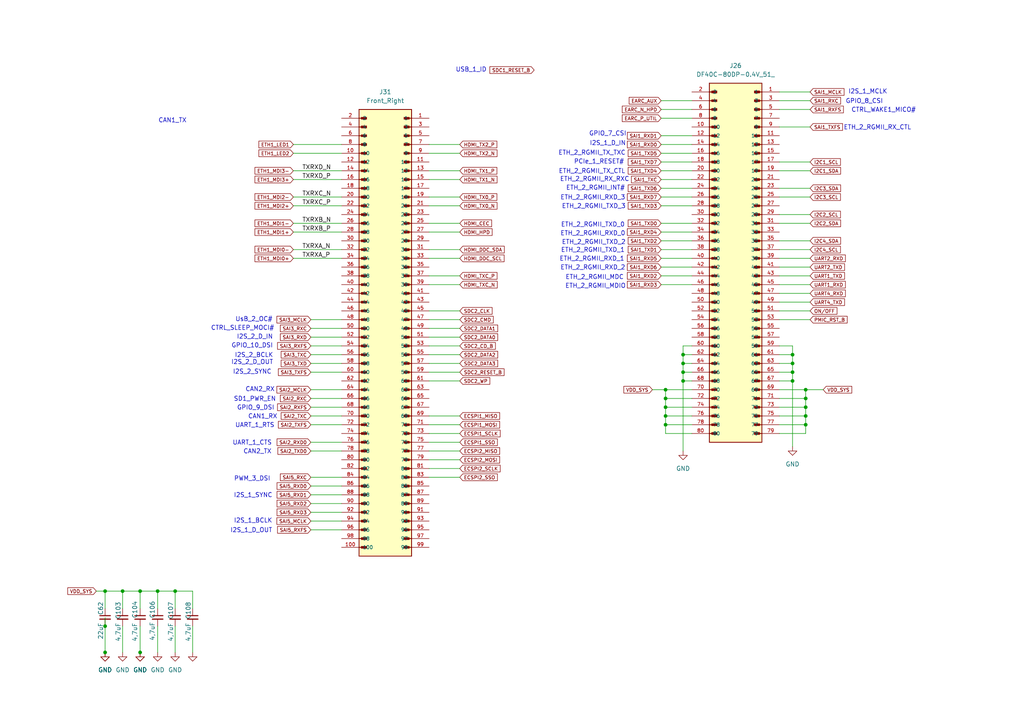
<source format=kicad_sch>
(kicad_sch (version 20250114) (generator "eeschema") (generator_version "9.0")
  (paper "A4")
  (text "PCIe_1_RESET#" (at 173.736 46.99 0) (effects (font (size 1.27 1.27))))
  (text "I2S_1_MCLK" (at 251.714 26.67 0) (effects (font (size 1.27 1.27))))
  (text "ETH_2_RGMII_RXD_3" (at 321.818 62.484 0) (effects (font (size 1.27 1.27))))
  (text "ETH_2_RGMII_MDC" (at 172.466 80.518 0) (effects (font (size 1.27 1.27))))
  (text "CTRL_WAKE1_MICO#" (at 256.286 32.004 0) (effects (font (size 1.27 1.27))))
  (text "ETH_2_RGMII_RXC" (at 323.596 57.404 0) (effects (font (size 1.27 1.27))))
  (text "CAN1_RX" (at 76.2 120.904 0) (effects (font (size 1.27 1.27))))
  (text "ETH_2_RGMII_MDC" (at 322.326 85.598 0) (effects (font (size 1.27 1.27))))
  (text "I2S_2_BCLK" (at 73.66 103.124 0) (effects (font (size 1.27 1.27))))
  (text "SD1_PWR_EN" (at 73.914 115.824 0) (effects (font (size 1.27 1.27))))
  (text "I2S_1_D_IN" (at 176.276 41.656 0) (effects (font (size 1.27 1.27))))
  (text "ETH_2_RGMII_RXD_1" (at 321.564 80.264 0) (effects (font (size 1.27 1.27))))
  (text "GPIO_9_DSI" (at 74.168 118.364 0) (effects (font (size 1.27 1.27))))
  (text "I2S_1_SYNC" (at 73.406 143.764 0) (effects (font (size 1.27 1.27))))
  (text "ETH_2_RGMII_RXD_3" (at 171.958 57.404 0) (effects (font (size 1.27 1.27))))
  (text "UART_1_CTS" (at 73.152 128.524 0) (effects (font (size 1.27 1.27))))
  (text "ETH_2_RGMII_TX_TXC" (at 321.564 49.53 0) (effects (font (size 1.27 1.27))))
  (text "I2S_2_D_OUT" (at 73.152 105.156 0) (effects (font (size 1.27 1.27))))
  (text "ETH_2_RGMII_RX_CTL" (at 254.508 37.084 0) (effects (font (size 1.27 1.27))))
  (text "ETH_2_RGMII_TXD_1" (at 321.818 77.724 0) (effects (font (size 1.27 1.27))))
  (text "ETH_2_RGMII_TXD_2" (at 172.212 70.358 0) (effects (font (size 1.27 1.27))))
  (text "ETH_2_RGMII_MDIO" (at 322.58 88.138 0) (effects (font (size 1.27 1.27))))
  (text "CAN1_TX" (at 50.038 35.052 0) (effects (font (size 1.27 1.27))))
  (text "ETH_2_RGMII_TXD_0" (at 321.818 70.358 0) (effects (font (size 1.27 1.27))))
  (text "ETH_2_RGMII_INT#" (at 322.58 59.69 0) (effects (font (size 1.27 1.27))))
  (text "I2S_2_D_IN" (at 73.914 97.79 0) (effects (font (size 1.27 1.27))))
  (text "ETH_2_RGMII_TX_CTL" (at 321.564 54.864 0) (effects (font (size 1.27 1.27))))
  (text "ETH_2_RGMII_TXD_3" (at 172.212 59.944 0) (effects (font (size 1.27 1.27))))
  (text "GPIO_7_CSI" (at 326.136 43.942 0) (effects (font (size 1.27 1.27))))
  (text "UART_1_RTS" (at 73.914 123.444 0) (effects (font (size 1.27 1.27))))
  (text "ETH_2_RGMII_RXD_2\n" (at 171.958 77.724 0) (effects (font (size 1.27 1.27))))
  (text "ETH_2_RGMII_RXD_2\n" (at 321.818 82.804 0) (effects (font (size 1.27 1.27))))
  (text "ETH_2_RGMII_TXD_2" (at 322.072 75.438 0) (effects (font (size 1.27 1.27))))
  (text "UsB_2_OC#" (at 73.66 92.71 0) (effects (font (size 1.27 1.27))))
  (text "ETH_2_RGMII_RXD_0" (at 171.958 67.818 0) (effects (font (size 1.27 1.27))))
  (text "CAN2_TX" (at 74.676 131.064 0) (effects (font (size 1.27 1.27))))
  (text "ETH_2_RGMII_TXD_3" (at 322.072 65.024 0) (effects (font (size 1.27 1.27))))
  (text "I2S_1_D_IN" (at 326.136 46.736 0) (effects (font (size 1.27 1.27))))
  (text "I2S_1_D_OUT" (at 72.898 153.924 0) (effects (font (size 1.27 1.27))))
  (text "I2S_1_BCLK" (at 73.406 151.13 0) (effects (font (size 1.27 1.27))))
  (text "GPIO_8_CSI" (at 250.698 29.464 0) (effects (font (size 1.27 1.27))))
  (text "CAN2_RX" (at 75.438 113.03 0) (effects (font (size 1.27 1.27))))
  (text "ETH_2_RGMII_RX_RXC" (at 172.466 52.07 0) (effects (font (size 1.27 1.27))))
  (text "PWM_3_DSI" (at 73.152 138.938 0) (effects (font (size 1.27 1.27))))
  (text "ETH_2_RGMII_TXD_0" (at 171.958 65.278 0) (effects (font (size 1.27 1.27))))
  (text "GPIO_7_CSI" (at 176.276 38.862 0) (effects (font (size 1.27 1.27))))
  (text "ETH_2_RGMII_TX_CTL" (at 171.704 49.784 0) (effects (font (size 1.27 1.27))))
  (text "I2S_2_SYNC" (at 73.152 107.95 0) (effects (font (size 1.27 1.27))))
  (text "ETH_2_RGMII_TXD_1" (at 171.958 72.644 0) (effects (font (size 1.27 1.27))))
  (text "ETH_2_RGMII_INT#" (at 172.72 54.61 0) (effects (font (size 1.27 1.27))))
  (text "USB_1_ID" (at 136.652 20.32 0) (effects (font (size 1.27 1.27))))
  (text "CTRL_SLEEP_MOCI#" (at 70.358 95.25 0) (effects (font (size 1.27 1.27))))
  (text "ETH_2_RGMII_TX_TXC" (at 171.704 44.45 0) (effects (font (size 1.27 1.27))))
  (text "ETH_2_RGMII_MDIO" (at 172.72 83.058 0) (effects (font (size 1.27 1.27))))
  (text "ETH_2_RGMII_RXD_0" (at 321.818 72.898 0) (effects (font (size 1.27 1.27))))
  (text "PCIe_1_RESET#" (at 323.596 52.07 0) (effects (font (size 1.27 1.27))))
  (text "GPIO_10_DSI" (at 73.152 100.33 0) (effects (font (size 1.27 1.27))))
  (text "ETH_2_RGMII_RXD_1" (at 171.704 75.184 0) (effects (font (size 1.27 1.27))))
  (junction (at 233.68 120.65))
  (junction (at 233.68 113.03))
  (junction (at 193.04 123.19))
  (junction (at 193.04 113.03))
  (junction (at 50.8 171.45))
  (junction (at 30.48 181.61))
  (junction (at 233.68 115.57))
  (junction (at 229.87 102.87))
  (junction (at 198.12 105.41))
  (junction (at 193.04 120.65))
  (junction (at 233.68 123.19))
  (junction (at 198.12 107.95))
  (junction (at 198.12 102.87))
  (junction (at 198.12 110.49))
  (junction (at 45.72 171.45))
  (junction (at 193.04 118.11))
  (junction (at 233.68 118.11))
  (junction (at 40.64 171.45))
  (junction (at 229.87 107.95))
  (junction (at 35.56 171.45))
  (junction (at 229.87 105.41))
  (junction (at 40.64 189.23))
  (junction (at 30.48 171.45))
  (junction (at 30.48 189.23))
  (junction (at 229.87 110.49))
  (junction (at 193.04 115.57))
  (wire (pts (xy 200.66 74.93) (xy 191.77 74.93)))
  (wire (pts (xy 233.68 125.73) (xy 233.68 123.19)))
  (wire (pts (xy 124.46 135.89) (xy 133.35 135.89)))
  (wire (pts (xy 40.64 171.45) (xy 45.72 171.45)))
  (wire (pts (xy 55.88 181.61) (xy 55.88 189.23)))
  (wire (pts (xy 124.46 57.15) (xy 133.35 57.15)))
  (wire (pts (xy 99.06 67.31) (xy 85.09 67.31)))
  (wire (pts (xy 50.8 171.45) (xy 55.88 171.45)))
  (wire (pts (xy 193.04 118.11) (xy 193.04 115.57)))
  (wire (pts (xy 124.46 102.87) (xy 133.35 102.87)))
  (wire (pts (xy 198.12 102.87) (xy 200.66 102.87)))
  (wire (pts (xy 124.46 133.35) (xy 133.35 133.35)))
  (wire (pts (xy 124.46 128.27) (xy 133.35 128.27)))
  (wire (pts (xy 198.12 110.49) (xy 198.12 107.95)))
  (wire (pts (xy 193.04 123.19) (xy 200.66 123.19)))
  (wire (pts (xy 55.88 171.45) (xy 55.88 176.53)))
  (wire (pts (xy 229.87 100.33) (xy 229.87 102.87)))
  (wire (pts (xy 35.56 171.45) (xy 40.64 171.45)))
  (wire (pts (xy 226.06 92.71) (xy 234.95 92.71)))
  (wire (pts (xy 124.46 125.73) (xy 133.35 125.73)))
  (wire (pts (xy 200.66 52.07) (xy 191.77 52.07)))
  (wire (pts (xy 193.04 120.65) (xy 193.04 118.11)))
  (wire (pts (xy 124.46 97.79) (xy 133.35 97.79)))
  (wire (pts (xy 35.56 181.61) (xy 35.56 189.23)))
  (wire (pts (xy 226.06 64.77) (xy 234.95 64.77)))
  (wire (pts (xy 124.46 44.45) (xy 133.35 44.45)))
  (wire (pts (xy 99.06 123.19) (xy 90.17 123.19)))
  (wire (pts (xy 124.46 49.53) (xy 133.35 49.53)))
  (wire (pts (xy 198.12 105.41) (xy 198.12 102.87)))
  (wire (pts (xy 226.06 72.39) (xy 234.95 72.39)))
  (wire (pts (xy 99.06 64.77) (xy 85.09 64.77)))
  (wire (pts (xy 124.46 110.49) (xy 133.35 110.49)))
  (wire (pts (xy 193.04 115.57) (xy 193.04 113.03)))
  (wire (pts (xy 229.87 102.87) (xy 226.06 102.87)))
  (wire (pts (xy 99.06 115.57) (xy 90.17 115.57)))
  (wire (pts (xy 45.72 171.45) (xy 45.72 176.53)))
  (wire (pts (xy 124.46 80.01) (xy 133.35 80.01)))
  (wire (pts (xy 30.48 181.61) (xy 30.48 189.23)))
  (wire (pts (xy 99.06 100.33) (xy 90.17 100.33)))
  (wire (pts (xy 124.46 82.55) (xy 133.35 82.55)))
  (wire (pts (xy 238.76 113.03) (xy 233.68 113.03)))
  (wire (pts (xy 198.12 100.33) (xy 198.12 102.87)))
  (wire (pts (xy 99.06 92.71) (xy 90.17 92.71)))
  (wire (pts (xy 124.46 59.69) (xy 133.35 59.69)))
  (wire (pts (xy 124.46 120.65) (xy 133.35 120.65)))
  (wire (pts (xy 226.06 49.53) (xy 234.95 49.53)))
  (wire (pts (xy 226.06 26.67) (xy 234.95 26.67)))
  (wire (pts (xy 200.66 82.55) (xy 191.77 82.55)))
  (wire (pts (xy 229.87 110.49) (xy 229.87 129.54)))
  (wire (pts (xy 124.46 107.95) (xy 133.35 107.95)))
  (wire (pts (xy 226.06 125.73) (xy 233.68 125.73)))
  (wire (pts (xy 99.06 113.03) (xy 90.17 113.03)))
  (wire (pts (xy 226.06 90.17) (xy 234.95 90.17)))
  (wire (pts (xy 99.06 95.25) (xy 90.17 95.25)))
  (wire (pts (xy 124.46 52.07) (xy 133.35 52.07)))
  (wire (pts (xy 200.66 64.77) (xy 191.77 64.77)))
  (wire (pts (xy 30.48 171.45) (xy 30.48 176.53)))
  (wire (pts (xy 124.46 123.19) (xy 133.35 123.19)))
  (wire (pts (xy 124.46 41.91) (xy 133.35 41.91)))
  (wire (pts (xy 200.66 54.61) (xy 191.77 54.61)))
  (wire (pts (xy 99.06 153.67) (xy 90.17 153.67)))
  (wire (pts (xy 124.46 64.77) (xy 133.35 64.77)))
  (wire (pts (xy 124.46 74.93) (xy 133.35 74.93)))
  (wire (pts (xy 124.46 67.31) (xy 133.35 67.31)))
  (wire (pts (xy 226.06 77.47) (xy 234.95 77.47)))
  (wire (pts (xy 226.06 29.21) (xy 234.95 29.21)))
  (wire (pts (xy 226.06 82.55) (xy 234.95 82.55)))
  (wire (pts (xy 45.72 171.45) (xy 50.8 171.45)))
  (wire (pts (xy 124.46 100.33) (xy 133.35 100.33)))
  (wire (pts (xy 50.8 181.61) (xy 50.8 189.23)))
  (wire (pts (xy 233.68 118.11) (xy 226.06 118.11)))
  (wire (pts (xy 233.68 118.11) (xy 233.68 115.57)))
  (wire (pts (xy 226.06 62.23) (xy 234.95 62.23)))
  (wire (pts (xy 200.66 77.47) (xy 191.77 77.47)))
  (wire (pts (xy 200.66 72.39) (xy 191.77 72.39)))
  (wire (pts (xy 99.06 148.59) (xy 90.17 148.59)))
  (wire (pts (xy 226.06 46.99) (xy 234.95 46.99)))
  (wire (pts (xy 99.06 138.43) (xy 90.17 138.43)))
  (wire (pts (xy 229.87 110.49) (xy 226.06 110.49)))
  (wire (pts (xy 229.87 110.49) (xy 229.87 107.95)))
  (wire (pts (xy 200.66 100.33) (xy 198.12 100.33)))
  (wire (pts (xy 99.06 130.81) (xy 90.17 130.81)))
  (wire (pts (xy 193.04 113.03) (xy 200.66 113.03)))
  (wire (pts (xy 99.06 118.11) (xy 90.17 118.11)))
  (wire (pts (xy 99.06 74.93) (xy 85.09 74.93)))
  (wire (pts (xy 193.04 118.11) (xy 200.66 118.11)))
  (wire (pts (xy 233.68 115.57) (xy 233.68 113.03)))
  (wire (pts (xy 200.66 59.69) (xy 191.77 59.69)))
  (wire (pts (xy 124.46 90.17) (xy 133.35 90.17)))
  (wire (pts (xy 99.06 107.95) (xy 90.17 107.95)))
  (wire (pts (xy 200.66 34.29) (xy 191.77 34.29)))
  (wire (pts (xy 85.09 52.07) (xy 99.06 52.07)))
  (wire (pts (xy 198.12 110.49) (xy 198.12 130.81)))
  (wire (pts (xy 99.06 97.79) (xy 90.17 97.79)))
  (wire (pts (xy 99.06 57.15) (xy 85.09 57.15)))
  (wire (pts (xy 200.66 110.49) (xy 198.12 110.49)))
  (wire (pts (xy 50.8 171.45) (xy 50.8 176.53)))
  (wire (pts (xy 85.09 44.45) (xy 99.06 44.45)))
  (wire (pts (xy 226.06 36.83) (xy 234.95 36.83)))
  (wire (pts (xy 233.68 120.65) (xy 226.06 120.65)))
  (wire (pts (xy 99.06 102.87) (xy 90.17 102.87)))
  (wire (pts (xy 35.56 171.45) (xy 35.56 176.53)))
  (wire (pts (xy 30.48 171.45) (xy 35.56 171.45)))
  (wire (pts (xy 193.04 123.19) (xy 193.04 120.65)))
  (wire (pts (xy 99.06 151.13) (xy 90.17 151.13)))
  (wire (pts (xy 99.06 143.51) (xy 90.17 143.51)))
  (wire (pts (xy 200.66 46.99) (xy 191.77 46.99)))
  (wire (pts (xy 99.06 146.05) (xy 90.17 146.05)))
  (wire (pts (xy 124.46 95.25) (xy 133.35 95.25)))
  (wire (pts (xy 27.94 171.45) (xy 30.48 171.45)))
  (wire (pts (xy 40.64 171.45) (xy 40.64 176.53)))
  (wire (pts (xy 30.48 179.07) (xy 30.48 181.61)))
  (wire (pts (xy 233.68 123.19) (xy 226.06 123.19)))
  (wire (pts (xy 193.04 125.73) (xy 193.04 123.19)))
  (wire (pts (xy 200.66 125.73) (xy 193.04 125.73)))
  (wire (pts (xy 200.66 57.15) (xy 191.77 57.15)))
  (wire (pts (xy 99.06 105.41) (xy 90.17 105.41)))
  (wire (pts (xy 124.46 105.41) (xy 133.35 105.41)))
  (wire (pts (xy 200.66 41.91) (xy 191.77 41.91)))
  (wire (pts (xy 226.06 100.33) (xy 229.87 100.33)))
  (wire (pts (xy 229.87 105.41) (xy 229.87 107.95)))
  (wire (pts (xy 233.68 123.19) (xy 233.68 120.65)))
  (wire (pts (xy 45.72 181.61) (xy 45.72 189.23)))
  (wire (pts (xy 229.87 105.41) (xy 226.06 105.41)))
  (wire (pts (xy 99.06 120.65) (xy 90.17 120.65)))
  (wire (pts (xy 200.66 49.53) (xy 191.77 49.53)))
  (wire (pts (xy 40.64 181.61) (xy 40.64 189.23)))
  (wire (pts (xy 226.06 69.85) (xy 234.95 69.85)))
  (wire (pts (xy 198.12 107.95) (xy 198.12 105.41)))
  (wire (pts (xy 193.04 115.57) (xy 200.66 115.57)))
  (wire (pts (xy 124.46 92.71) (xy 133.35 92.71)))
  (wire (pts (xy 229.87 107.95) (xy 226.06 107.95)))
  (wire (pts (xy 226.06 54.61) (xy 234.95 54.61)))
  (wire (pts (xy 198.12 107.95) (xy 200.66 107.95)))
  (wire (pts (xy 226.06 74.93) (xy 234.95 74.93)))
  (wire (pts (xy 226.06 87.63) (xy 234.95 87.63)))
  (wire (pts (xy 193.04 120.65) (xy 200.66 120.65)))
  (wire (pts (xy 99.06 72.39) (xy 85.09 72.39)))
  (wire (pts (xy 124.46 138.43) (xy 133.35 138.43)))
  (wire (pts (xy 226.06 57.15) (xy 234.95 57.15)))
  (wire (pts (xy 226.06 80.01) (xy 234.95 80.01)))
  (wire (pts (xy 198.12 105.41) (xy 200.66 105.41)))
  (wire (pts (xy 233.68 120.65) (xy 233.68 118.11)))
  (wire (pts (xy 200.66 31.75) (xy 191.77 31.75)))
  (wire (pts (xy 200.66 29.21) (xy 191.77 29.21)))
  (wire (pts (xy 85.09 41.91) (xy 99.06 41.91)))
  (wire (pts (xy 99.06 140.97) (xy 90.17 140.97)))
  (wire (pts (xy 200.66 44.45) (xy 191.77 44.45)))
  (wire (pts (xy 189.23 113.03) (xy 193.04 113.03)))
  (wire (pts (xy 229.87 105.41) (xy 229.87 102.87)))
  (wire (pts (xy 226.06 31.75) (xy 234.95 31.75)))
  (wire (pts (xy 226.06 85.09) (xy 234.95 85.09)))
  (wire (pts (xy 200.66 80.01) (xy 191.77 80.01)))
  (wire (pts (xy 85.09 49.53) (xy 99.06 49.53)))
  (wire (pts (xy 233.68 115.57) (xy 226.06 115.57)))
  (wire (pts (xy 200.66 69.85) (xy 191.77 69.85)))
  (wire (pts (xy 124.46 72.39) (xy 133.35 72.39)))
  (wire (pts (xy 124.46 130.81) (xy 133.35 130.81)))
  (wire (pts (xy 200.66 39.37) (xy 191.77 39.37)))
  (wire (pts (xy 99.06 59.69) (xy 85.09 59.69)))
  (wire (pts (xy 99.06 128.27) (xy 90.17 128.27)))
  (wire (pts (xy 233.68 113.03) (xy 226.06 113.03)))
  (wire (pts (xy 200.66 67.31) (xy 191.77 67.31)))
  (label "TXRXA_P" (at 87.63 74.93 0))
  (label "TXRXB_N" (at 87.63 64.77 0))
  (label "TXRXD_N" (at 87.63 49.53 0))
  (label "TXRXD_P" (at 87.63 52.07 0))
  (label "TXRXA_N" (at 87.63 72.39 0))
  (label "TXRXB_P" (at 87.63 67.31 0))
  (label "TXRXC_N" (at 87.63 57.15 0))
  (label "TXRXC_P" (at 87.63 59.69 0))
  (global_label "SAI1_RXD3" (shape input) (at 191.77 82.55 180) (effects (font (size 1 1))) (property "Intersheetrefs" "${INTERSHEET_REFS}" (effects (hide yes))))
  (global_label "SDC2_CMD" (shape input) (at 133.35 92.71 0) (effects (font (size 1 1))) (property "Intersheetrefs" "${INTERSHEET_REFS}" (effects (hide yes))))
  (global_label "SDC2_RESET_B" (shape input) (at 133.35 107.95 0) (effects (font (size 1 1))) (property "Intersheetrefs" "${INTERSHEET_REFS}" (effects (hide yes))))
  (global_label "SAI5_RXD0" (shape input) (at 90.17 140.97 180) (effects (font (size 1 1))) (property "Intersheetrefs" "${INTERSHEET_REFS}" (effects (hide yes))))
  (global_label "SAI3_TXC" (shape input) (at 90.17 102.87 180) (effects (font (size 1 1))) (property "Intersheetrefs" "${INTERSHEET_REFS}" (effects (hide yes))))
  (global_label "SAI1_TXD1" (shape input) (at 341.63 77.47 180) (effects (font (size 1 1))) (property "Intersheetrefs" "${INTERSHEET_REFS}" (effects (hide yes))))
  (global_label "ENET_TD1" (shape input) (at 355.6 77.47 180) (effects (font (size 1 1))) (property "Intersheetrefs" "${INTERSHEET_REFS}" (effects (hide yes))))
  (global_label "SAI1_TXD3" (shape input) (at 341.63 64.77 180) (effects (font (size 1 1))) (property "Intersheetrefs" "${INTERSHEET_REFS}" (effects (hide yes))))
  (global_label "SAI1_RXD2" (shape input) (at 341.63 85.09 180) (effects (font (size 1 1))) (property "Intersheetrefs" "${INTERSHEET_REFS}" (effects (hide yes))))
  (global_label "SAI1_RXD6" (shape input) (at 191.77 77.47 180) (effects (font (size 1 1))) (property "Intersheetrefs" "${INTERSHEET_REFS}" (effects (hide yes))))
  (global_label "SAI1_MCLK" (shape input) (at 234.95 26.67 0) (effects (font (size 1 1))) (property "Intersheetrefs" "${INTERSHEET_REFS}" (effects (hide yes))))
  (global_label "SAI1_TXD5" (shape input) (at 341.63 49.53 180) (effects (font (size 1 1))) (property "Intersheetrefs" "${INTERSHEET_REFS}" (effects (hide yes))))
  (global_label "ETH1_MDI3-" (shape input) (at 85.09 49.53 180) (effects (font (size 1 1))) (property "Intersheetrefs" "${INTERSHEET_REFS}" (effects (hide yes))))
  (global_label "HDMI_TX2_N" (shape input) (at 133.35 44.45 0) (effects (font (size 1 1))) (property "Intersheetrefs" "${INTERSHEET_REFS}" (effects (hide yes))))
  (global_label "ECSPI1_MOSI" (shape input) (at 133.35 123.19 0) (effects (font (size 1 1))) (property "Intersheetrefs" "${INTERSHEET_REFS}" (effects (hide yes))))
  (global_label "ENET_RX_CTL" (shape input) (at 393.7 59.69 180) (effects (font (size 1 1))) (property "Intersheetrefs" "${INTERSHEET_REFS}" (effects (hide yes))))
  (global_label "SAI3_TXD" (shape input) (at 90.17 105.41 180) (effects (font (size 1 1))) (property "Intersheetrefs" "${INTERSHEET_REFS}" (effects (hide yes))))
  (global_label "ON{slash}OFF" (shape input) (at 234.95 90.17 0) (effects (font (size 1 1))) (property "Intersheetrefs" "${INTERSHEET_REFS}" (effects (hide yes))))
  (global_label "ENET_RXC" (shape input) (at 354.33 57.15 180) (effects (font (size 1 1))) (property "Intersheetrefs" "${INTERSHEET_REFS}" (effects (hide yes))))
  (global_label "SAI1_RXD3" (shape input) (at 341.63 87.63 180) (effects (font (size 1 1))) (property "Intersheetrefs" "${INTERSHEET_REFS}" (effects (hide yes))))
  (global_label "UART1_RXD" (shape input) (at 234.95 82.55 0) (effects (font (size 1 1))) (property "Intersheetrefs" "${INTERSHEET_REFS}" (effects (hide yes))))
  (global_label "ETH1_MDI0-" (shape input) (at 85.09 72.39 180) (effects (font (size 1 1))) (property "Intersheetrefs" "${INTERSHEET_REFS}" (effects (hide yes))))
  (global_label "SAI5_MCLK" (shape input) (at 90.17 151.13 180) (effects (font (size 1 1))) (property "Intersheetrefs" "${INTERSHEET_REFS}" (effects (hide yes))))
  (global_label "ETH1_LED1" (shape input) (at 85.09 41.91 180) (effects (font (size 1 1))) (property "Intersheetrefs" "${INTERSHEET_REFS}" (effects (hide yes))))
  (global_label "UART4_RXD" (shape input) (at 234.95 85.09 0) (effects (font (size 1 1))) (property "Intersheetrefs" "${INTERSHEET_REFS}" (effects (hide yes))))
  (global_label "SAI1_TXD0" (shape input) (at 341.63 69.85 180) (effects (font (size 1 1))) (property "Intersheetrefs" "${INTERSHEET_REFS}" (effects (hide yes))))
  (global_label "ENET_TD0" (shape input) (at 355.6 69.85 180) (effects (font (size 1 1))) (property "Intersheetrefs" "${INTERSHEET_REFS}" (effects (hide yes))))
  (global_label "UART2_RXD" (shape input) (at 234.95 74.93 0) (effects (font (size 1 1))) (property "Intersheetrefs" "${INTERSHEET_REFS}" (effects (hide yes))))
  (global_label "HDMI_TX0_N" (shape input) (at 133.35 59.69 0) (effects (font (size 1 1))) (property "Intersheetrefs" "${INTERSHEET_REFS}" (effects (hide yes))))
  (global_label "SAI1_RXD6" (shape input) (at 341.63 82.55 180) (effects (font (size 1 1))) (property "Intersheetrefs" "${INTERSHEET_REFS}" (effects (hide yes))))
  (global_label "SAI1_RXD5" (shape input) (at 191.77 74.93 180) (effects (font (size 1 1))) (property "Intersheetrefs" "${INTERSHEET_REFS}" (effects (hide yes))))
  (global_label "PMIC_RST_B" (shape input) (at 234.95 92.71 0) (effects (font (size 1 1))) (property "Intersheetrefs" "${INTERSHEET_REFS}" (effects (hide yes))))
  (global_label "ETH1_LED2" (shape input) (at 85.09 44.45 180) (effects (font (size 1 1))) (property "Intersheetrefs" "${INTERSHEET_REFS}" (effects (hide yes))))
  (global_label "ETH1_MDI3+" (shape input) (at 85.09 52.07 180) (effects (font (size 1 1))) (property "Intersheetrefs" "${INTERSHEET_REFS}" (effects (hide yes))))
  (global_label "ECSPI1_MISO" (shape input) (at 133.35 120.65 0) (effects (font (size 1 1))) (property "Intersheetrefs" "${INTERSHEET_REFS}" (effects (hide yes))))
  (global_label "UART2_TXD" (shape input) (at 234.95 77.47 0) (effects (font (size 1 1))) (property "Intersheetrefs" "${INTERSHEET_REFS}" (effects (hide yes))))
  (global_label "SAI5_RXD3" (shape input) (at 90.17 148.59 180) (effects (font (size 1 1))) (property "Intersheetrefs" "${INTERSHEET_REFS}" (effects (hide yes))))
  (global_label "SAI5_RXFS" (shape input) (at 90.17 153.67 180) (effects (font (size 1 1))) (property "Intersheetrefs" "${INTERSHEET_REFS}" (effects (hide yes))))
  (global_label "SDC2_CD_B" (shape input) (at 133.35 100.33 0) (effects (font (size 1 1))) (property "Intersheetrefs" "${INTERSHEET_REFS}" (effects (hide yes))))
  (global_label "SAI1_TXD3" (shape input) (at 191.77 59.69 180) (effects (font (size 1 1))) (property "Intersheetrefs" "${INTERSHEET_REFS}" (effects (hide yes))))
  (global_label "ENET_TD3" (shape input) (at 354.33 64.77 180) (effects (font (size 1 1))) (property "Intersheetrefs" "${INTERSHEET_REFS}" (effects (hide yes))))
  (global_label "ENET_RD3" (shape input) (at 354.33 62.23 180) (effects (font (size 1 1))) (property "Intersheetrefs" "${INTERSHEET_REFS}" (effects (hide yes))))
  (global_label "SDC2_DATA3" (shape input) (at 133.35 105.41 0) (effects (font (size 1 1))) (property "Intersheetrefs" "${INTERSHEET_REFS}" (effects (hide yes))))
  (global_label "SAI5_RXD1" (shape input) (at 90.17 143.51 180) (effects (font (size 1 1))) (property "Intersheetrefs" "${INTERSHEET_REFS}" (effects (hide yes))))
  (global_label "SAI1_RXD1" (shape input) (at 341.63 44.45 180) (effects (font (size 1 1))) (property "Intersheetrefs" "${INTERSHEET_REFS}" (effects (hide yes))))
  (global_label "SAI1_RXD1" (shape input) (at 191.77 39.37 180) (effects (font (size 1 1))) (property "Intersheetrefs" "${INTERSHEET_REFS}" (effects (hide yes))))
  (global_label "ENET_RD1" (shape input) (at 355.6 80.01 180) (effects (font (size 1 1))) (property "Intersheetrefs" "${INTERSHEET_REFS}" (effects (hide yes))))
  (global_label "SAI1_RXD7" (shape input) (at 341.63 62.23 180) (effects (font (size 1 1))) (property "Intersheetrefs" "${INTERSHEET_REFS}" (effects (hide yes))))
  (global_label "SAI1_TXD1" (shape input) (at 191.77 72.39 180) (effects (font (size 1 1))) (property "Intersheetrefs" "${INTERSHEET_REFS}" (effects (hide yes))))
  (global_label "SDC1_RESET_B" (shape input) (at 154.94 20.32 180) (effects (font (size 1 1))) (property "Intersheetrefs" "${INTERSHEET_REFS}" (effects (hide yes))))
  (global_label "SAI3_RXFS" (shape input) (at 90.17 100.33 180) (effects (font (size 1 1))) (property "Intersheetrefs" "${INTERSHEET_REFS}" (effects (hide yes))))
  (global_label "SAI1_TXD4" (shape input) (at 341.63 54.61 180) (effects (font (size 1 1))) (property "Intersheetrefs" "${INTERSHEET_REFS}" (effects (hide yes))))
  (global_label "SAI1_RXFS" (shape input) (at 234.95 31.75 0) (effects (font (size 1 1))) (property "Intersheetrefs" "${INTERSHEET_REFS}" (effects (hide yes))))
  (global_label "SDC2_DATA0" (shape input) (at 133.35 97.79 0) (effects (font (size 1 1))) (property "Intersheetrefs" "${INTERSHEET_REFS}" (effects (hide yes))))
  (global_label "SAI1_TXD2" (shape input) (at 191.77 69.85 180) (effects (font (size 1 1))) (property "Intersheetrefs" "${INTERSHEET_REFS}" (effects (hide yes))))
  (global_label "SDC2_CLK" (shape input) (at 133.35 90.17 0) (effects (font (size 1 1))) (property "Intersheetrefs" "${INTERSHEET_REFS}" (effects (hide yes))))
  (global_label "ENET_TX_CTL" (shape input) (at 354.33 54.61 180) (effects (font (size 1 1))) (property "Intersheetrefs" "${INTERSHEET_REFS}" (effects (hide yes))))
  (global_label "SAI5_RXC" (shape input) (at 90.17 138.43 180) (effects (font (size 1 1))) (property "Intersheetrefs" "${INTERSHEET_REFS}" (effects (hide yes))))
  (global_label "HDMI_TX1_P" (shape input) (at 133.35 49.53 0) (effects (font (size 1 1))) (property "Intersheetrefs" "${INTERSHEET_REFS}" (effects (hide yes))))
  (global_label "HDMI_TX0_P" (shape input) (at 133.35 57.15 0) (effects (font (size 1 1))) (property "Intersheetrefs" "${INTERSHEET_REFS}" (effects (hide yes))))
  (global_label "SDC2_WP" (shape input) (at 133.35 110.49 0) (effects (font (size 1 1))) (property "Intersheetrefs" "${INTERSHEET_REFS}" (effects (hide yes))))
  (global_label "ECSPI2_SSO" (shape input) (at 133.35 138.43 0) (effects (font (size 1 1))) (property "Intersheetrefs" "${INTERSHEET_REFS}" (effects (hide yes))))
  (global_label "HDMI_TXC_P" (shape input) (at 133.35 80.01 0) (effects (font (size 1 1))) (property "Intersheetrefs" "${INTERSHEET_REFS}" (effects (hide yes))))
  (global_label "SAI1_RXD0" (shape input) (at 191.77 41.91 180) (effects (font (size 1 1))) (property "Intersheetrefs" "${INTERSHEET_REFS}" (effects (hide yes))))
  (global_label "SAI1_RXD4" (shape input) (at 191.77 67.31 180) (effects (font (size 1 1))) (property "Intersheetrefs" "${INTERSHEET_REFS}" (effects (hide yes))))
  (global_label "SAI2_TXD0" (shape input) (at 90.17 130.81 180) (effects (font (size 1 1))) (property "Intersheetrefs" "${INTERSHEET_REFS}" (effects (hide yes))))
  (global_label "ETH1_MDI2+" (shape input) (at 85.09 59.69 180) (effects (font (size 1 1))) (property "Intersheetrefs" "${INTERSHEET_REFS}" (effects (hide yes))))
  (global_label "SAI1_TXD7" (shape input) (at 341.63 52.07 180) (effects (font (size 1 1))) (property "Intersheetrefs" "${INTERSHEET_REFS}" (effects (hide yes))))
  (global_label "SAI1_TXD2" (shape input) (at 341.63 74.93 180) (effects (font (size 1 1))) (property "Intersheetrefs" "${INTERSHEET_REFS}" (effects (hide yes))))
  (global_label "HDMI_DDC_SDA" (shape input) (at 133.35 72.39 0) (effects (font (size 1 1))) (property "Intersheetrefs" "${INTERSHEET_REFS}" (effects (hide yes))))
  (global_label "I2C3_SCL" (shape input) (at 234.95 57.15 0) (effects (font (size 1 1))) (property "Intersheetrefs" "${INTERSHEET_REFS}" (effects (hide yes))))
  (global_label "SAI1_TXD0" (shape input) (at 191.77 64.77 180) (effects (font (size 1 1))) (property "Intersheetrefs" "${INTERSHEET_REFS}" (effects (hide yes))))
  (global_label "ECSPI2_MOSI" (shape input) (at 133.35 133.35 0) (effects (font (size 1 1))) (property "Intersheetrefs" "${INTERSHEET_REFS}" (effects (hide yes))))
  (global_label "SAI1_RXD4" (shape input) (at 341.63 72.39 180) (effects (font (size 1 1))) (property "Intersheetrefs" "${INTERSHEET_REFS}" (effects (hide yes))))
  (global_label "HDMI_TXC_N" (shape input) (at 133.35 82.55 0) (effects (font (size 1 1))) (property "Intersheetrefs" "${INTERSHEET_REFS}" (effects (hide yes))))
  (global_label "ETH_2_RGMII_INT#" (shape input) (at 358.14 59.69 180) (effects (font (size 1 1))) (property "Intersheetrefs" "${INTERSHEET_REFS}" (effects (hide yes))))
  (global_label "SAI2_TXFS" (shape input) (at 90.17 123.19 180) (effects (font (size 1 1))) (property "Intersheetrefs" "${INTERSHEET_REFS}" (effects (hide yes))))
  (global_label "CTRL_RESET" (shape input) (at 387.35 73.66 180) (effects (font (size 1 1))) (property "Intersheetrefs" "${INTERSHEET_REFS}" (effects (hide yes))))
  (global_label "ECSPI2_SCLK" (shape input) (at 133.35 135.89 0) (effects (font (size 1 1))) (property "Intersheetrefs" "${INTERSHEET_REFS}" (effects (hide yes))))
  (global_label "SDC2_DATA1" (shape input) (at 133.35 95.25 0) (effects (font (size 1 1))) (property "Intersheetrefs" "${INTERSHEET_REFS}" (effects (hide yes))))
  (global_label "ENET_RD2" (shape input) (at 355.6 82.55 180) (effects (font (size 1 1))) (property "Intersheetrefs" "${INTERSHEET_REFS}" (effects (hide yes))))
  (global_label "SAI1_RXD5" (shape input) (at 341.63 80.01 180) (effects (font (size 1 1))) (property "Intersheetrefs" "${INTERSHEET_REFS}" (effects (hide yes))))
  (global_label "ENET_MDIO" (shape input) (at 355.6 87.63 180) (effects (font (size 1 1))) (property "Intersheetrefs" "${INTERSHEET_REFS}" (effects (hide yes))))
  (global_label "SAI1_TXD7" (shape input) (at 191.77 46.99 180) (effects (font (size 1 1))) (property "Intersheetrefs" "${INTERSHEET_REFS}" (effects (hide yes))))
  (global_label "SAI1_TXD4" (shape input) (at 191.77 49.53 180) (effects (font (size 1 1))) (property "Intersheetrefs" "${INTERSHEET_REFS}" (effects (hide yes))))
  (global_label "SAI1_TXD6" (shape input) (at 341.63 59.69 180) (effects (font (size 1 1))) (property "Intersheetrefs" "${INTERSHEET_REFS}" (effects (hide yes))))
  (global_label "VDD_SYS" (shape input) (at 189.23 113.03 180) (effects (font (size 1 1))) (property "Intersheetrefs" "${INTERSHEET_REFS}" (effects (hide yes))))
  (global_label "EARC_P_UTIL" (shape input) (at 191.77 34.29 180) (effects (font (size 1 1))) (property "Intersheetrefs" "${INTERSHEET_REFS}" (effects (hide yes))))
  (global_label "SAI1_RXD7" (shape input) (at 191.77 57.15 180) (effects (font (size 1 1))) (property "Intersheetrefs" "${INTERSHEET_REFS}" (effects (hide yes))))
  (global_label "ETH1_MDI0+" (shape input) (at 85.09 74.93 180) (effects (font (size 1 1))) (property "Intersheetrefs" "${INTERSHEET_REFS}" (effects (hide yes))))
  (global_label "SAI3_TXFS" (shape input) (at 90.17 107.95 180) (effects (font (size 1 1))) (property "Intersheetrefs" "${INTERSHEET_REFS}" (effects (hide yes))))
  (global_label "HDMI_CEC" (shape input) (at 133.35 64.77 0) (effects (font (size 1 1))) (property "Intersheetrefs" "${INTERSHEET_REFS}" (effects (hide yes))))
  (global_label "EARC_N_HPD" (shape input) (at 191.77 31.75 180) (effects (font (size 1 1))) (property "Intersheetrefs" "${INTERSHEET_REFS}" (effects (hide yes))))
  (global_label "SAI2_TXC" (shape input) (at 90.17 120.65 180) (effects (font (size 1 1))) (property "Intersheetrefs" "${INTERSHEET_REFS}" (effects (hide yes))))
  (global_label "SAI1_TXD6" (shape input) (at 191.77 54.61 180) (effects (font (size 1 1))) (property "Intersheetrefs" "${INTERSHEET_REFS}" (effects (hide yes))))
  (global_label "SAI1_TXFS" (shape input) (at 234.95 36.83 0) (effects (font (size 1 1))) (property "Intersheetrefs" "${INTERSHEET_REFS}" (effects (hide yes))))
  (global_label "HDMI_TX2_P" (shape input) (at 133.35 41.91 0) (effects (font (size 1 1))) (property "Intersheetrefs" "${INTERSHEET_REFS}" (effects (hide yes))))
  (global_label "ECSPI1_SCLK" (shape input) (at 133.35 125.73 0) (effects (font (size 1 1))) (property "Intersheetrefs" "${INTERSHEET_REFS}" (effects (hide yes))))
  (global_label "ENET_RD0" (shape input) (at 355.6 72.39 180) (effects (font (size 1 1))) (property "Intersheetrefs" "${INTERSHEET_REFS}" (effects (hide yes))))
  (global_label "I2C3_SDA" (shape input) (at 234.95 54.61 0) (effects (font (size 1 1))) (property "Intersheetrefs" "${INTERSHEET_REFS}" (effects (hide yes))))
  (global_label "UART4_TXD" (shape input) (at 234.95 87.63 0) (effects (font (size 1 1))) (property "Intersheetrefs" "${INTERSHEET_REFS}" (effects (hide yes))))
  (global_label "ETH1_MDI2-" (shape input) (at 85.09 57.15 180) (effects (font (size 1 1))) (property "Intersheetrefs" "${INTERSHEET_REFS}" (effects (hide yes))))
  (global_label "VDD_SYS" (shape input) (at 27.94 171.45 180) (effects (font (size 1 1))) (property "Intersheetrefs" "${INTERSHEET_REFS}" (effects (hide yes))))
  (global_label "ETH1_MDI1+" (shape input) (at 85.09 67.31 180) (effects (font (size 1 1))) (property "Intersheetrefs" "${INTERSHEET_REFS}" (effects (hide yes))))
  (global_label "ENET_MDC" (shape input) (at 355.6 85.09 180) (effects (font (size 1 1))) (property "Intersheetrefs" "${INTERSHEET_REFS}" (effects (hide yes))))
  (global_label "I2C1_SDA" (shape input) (at 234.95 49.53 0) (effects (font (size 1 1))) (property "Intersheetrefs" "${INTERSHEET_REFS}" (effects (hide yes))))
  (global_label "ECSPI1_SSO" (shape input) (at 133.35 128.27 0) (effects (font (size 1 1))) (property "Intersheetrefs" "${INTERSHEET_REFS}" (effects (hide yes))))
  (global_label "SAI3_RXD" (shape input) (at 90.17 97.79 180) (effects (font (size 1 1))) (property "Intersheetrefs" "${INTERSHEET_REFS}" (effects (hide yes))))
  (global_label "ENET_TD2" (shape input) (at 355.6 74.93 180) (effects (font (size 1 1))) (property "Intersheetrefs" "${INTERSHEET_REFS}" (effects (hide yes))))
  (global_label "SAI3_MCLK" (shape input) (at 90.17 92.71 180) (effects (font (size 1 1))) (property "Intersheetrefs" "${INTERSHEET_REFS}" (effects (hide yes))))
  (global_label "SAI3_RXC" (shape input) (at 90.17 95.25 180) (effects (font (size 1 1))) (property "Intersheetrefs" "${INTERSHEET_REFS}" (effects (hide yes))))
  (global_label "ENET_TXC" (shape input) (at 354.33 49.53 180) (effects (font (size 1 1))) (property "Intersheetrefs" "${INTERSHEET_REFS}" (effects (hide yes))))
  (global_label "ECSPI2_MISO" (shape input) (at 133.35 130.81 0) (effects (font (size 1 1))) (property "Intersheetrefs" "${INTERSHEET_REFS}" (effects (hide yes))))
  (global_label "SAI1_TXC" (shape input) (at 191.77 52.07 180) (effects (font (size 1 1))) (property "Intersheetrefs" "${INTERSHEET_REFS}" (effects (hide yes))))
  (global_label "SAI1_TXD5" (shape input) (at 191.77 44.45 180) (effects (font (size 1 1))) (property "Intersheetrefs" "${INTERSHEET_REFS}" (effects (hide yes))))
  (global_label "SDC2_DATA2" (shape input) (at 133.35 102.87 0) (effects (font (size 1 1))) (property "Intersheetrefs" "${INTERSHEET_REFS}" (effects (hide yes))))
  (global_label "EARC_AUX" (shape input) (at 191.77 29.21 180) (effects (font (size 1 1))) (property "Intersheetrefs" "${INTERSHEET_REFS}" (effects (hide yes))))
  (global_label "SAI2_RXFS" (shape input) (at 90.17 118.11 180) (effects (font (size 1 1))) (property "Intersheetrefs" "${INTERSHEET_REFS}" (effects (hide yes))))
  (global_label "SAI5_RXD2" (shape input) (at 90.17 146.05 180) (effects (font (size 1 1))) (property "Intersheetrefs" "${INTERSHEET_REFS}" (effects (hide yes))))
  (global_label "SAI1_TXC" (shape input) (at 341.63 57.15 180) (effects (font (size 1 1))) (property "Intersheetrefs" "${INTERSHEET_REFS}" (effects (hide yes))))
  (global_label "HDMI_HPD" (shape input) (at 133.35 67.31 0) (effects (font (size 1 1))) (property "Intersheetrefs" "${INTERSHEET_REFS}" (effects (hide yes))))
  (global_label "VDD_SYS" (shape input) (at 238.76 113.03 0) (effects (font (size 1 1))) (property "Intersheetrefs" "${INTERSHEET_REFS}" (effects (hide yes))))
  (global_label "I2C2_SDA" (shape input) (at 234.95 64.77 0) (effects (font (size 1 1))) (property "Intersheetrefs" "${INTERSHEET_REFS}" (effects (hide yes))))
  (global_label "SAI1_RXC" (shape input) (at 234.95 29.21 0) (effects (font (size 1 1))) (property "Intersheetrefs" "${INTERSHEET_REFS}" (effects (hide yes))))
  (global_label "I2C4_SDA" (shape input) (at 234.95 69.85 0) (effects (font (size 1 1))) (property "Intersheetrefs" "${INTERSHEET_REFS}" (effects (hide yes))))
  (global_label "SAI2_RXC" (shape input) (at 90.17 115.57 180) (effects (font (size 1 1))) (property "Intersheetrefs" "${INTERSHEET_REFS}" (effects (hide yes))))
  (global_label "HDMI_DDC_SCL" (shape input) (at 133.35 74.93 0) (effects (font (size 1 1))) (property "Intersheetrefs" "${INTERSHEET_REFS}" (effects (hide yes))))
  (global_label "SAI1_RXD2" (shape input) (at 191.77 80.01 180) (effects (font (size 1 1))) (property "Intersheetrefs" "${INTERSHEET_REFS}" (effects (hide yes))))
  (global_label "I2C2_SCL" (shape input) (at 234.95 62.23 0) (effects (font (size 1 1))) (property "Intersheetrefs" "${INTERSHEET_REFS}" (effects (hide yes))))
  (global_label "I2C4_SCL" (shape input) (at 234.95 72.39 0) (effects (font (size 1 1))) (property "Intersheetrefs" "${INTERSHEET_REFS}" (effects (hide yes))))
  (global_label "SAI2_MCLK" (shape input) (at 90.17 113.03 180) (effects (font (size 1 1))) (property "Intersheetrefs" "${INTERSHEET_REFS}" (effects (hide yes))))
  (global_label "SAI2_RXD0" (shape input) (at 90.17 128.27 180) (effects (font (size 1 1))) (property "Intersheetrefs" "${INTERSHEET_REFS}" (effects (hide yes))))
  (global_label "I2C1_SCL" (shape input) (at 234.95 46.99 0) (effects (font (size 1 1))) (property "Intersheetrefs" "${INTERSHEET_REFS}" (effects (hide yes))))
  (global_label "ETH1_MDI1-" (shape input) (at 85.09 64.77 180) (effects (font (size 1 1))) (property "Intersheetrefs" "${INTERSHEET_REFS}" (effects (hide yes))))
  (global_label "SAI1_RXD0" (shape input) (at 341.63 46.99 180) (effects (font (size 1 1))) (property "Intersheetrefs" "${INTERSHEET_REFS}" (effects (hide yes))))
  (global_label "HDMI_TX1_N" (shape input) (at 133.35 52.07 0) (effects (font (size 1 1))) (property "Intersheetrefs" "${INTERSHEET_REFS}" (effects (hide yes))))
  (global_label "UART1_TXD" (shape input) (at 234.95 80.01 0) (effects (font (size 1 1))) (property "Intersheetrefs" "${INTERSHEET_REFS}" (effects (hide yes))))
  (symbol (lib_id "CONN_DF40C-100DS-0_4V51_HIR:DF40C-100DP-0.4V_51_") (at 111.76 95.25 0) (mirror y) (unit 1)
    (property "Reference" "J31" (at 111.76 26.67 0))
    (property "Value" "Front_Right" (at 111.76 29.21 0))
    (property "Footprint" "_W_SBC:HRS_DF40C-100DP-0.4V_51_" (effects (hide yes)))
    (property "Description" "Board to Board & Mezzanine Connectors 100P SMT HEADER NO FITTING, NO BOSS" (effects (hide yes)))
    (property "MF" "Hirose Connector" (effects (hide yes)))
    (property "MAXIMUM_PACKAGE_HEIGHT" "1.29mm" (effects (hide yes)))
    (property "Package" "None" (effects (hide yes)))
    (property "Price" "2" (effects (hide yes)))
    (property "Check_prices" "https://www.snapeda.com/parts/DF40C-100DP-0.4V(51)/Hirose/view-part/?ref=eda" (effects (hide yes)))
    (property "STANDARD" "Manufacturer Recommendations" (effects (hide yes)))
    (property "PARTREV" "8" (effects (hide yes)))
    (property "SnapEDA_Link" "https://www.snapeda.com/parts/DF40C-100DP-0.4V(51)/Hirose/view-part/?ref=snap" (effects (hide yes)))
    (property "MP" "DF40C-100DP-0.4V(51)" (effects (hide yes)))
    (property "Availability" "In Stock" (effects (hide yes)))
    (property "MANUFACTURER" "Hirose" (effects (hide yes)))
  )
  (symbol (lib_id "Device:C_Small") (at 30.48 179.07 0) (unit 1)
    (property "Reference" "C62" (at 29.21 174.498 90) (effects (justify right)))
    (property "Value" "22uF" (at 29.21 180.594 90) (effects (justify right)))
    (property "Footprint" "Capacitor_SMD:C_0402_1005Metric" (effects (hide yes)))
    (property "Description" "Unpolarized capacitor, small symbol" (effects (hide yes)))
  )
  (symbol (lib_id "Device:C_Small") (at 50.8 179.07 0) (unit 1)
    (property "Reference" "C107" (at 49.53 174.498 90) (effects (justify right)))
    (property "Value" "4,7uF" (at 49.53 180.594 90) (effects (justify right)))
    (property "Footprint" "Capacitor_SMD:C_0402_1005Metric" (effects (hide yes)))
    (property "Description" "Unpolarized capacitor, small symbol" (effects (hide yes)))
  )
  (symbol (lib_name "GND_3") (lib_id "power:GND") (at 40.64 189.23 0) (unit 1)
    (property "Reference" "#PWR38" (effects (hide yes)))
    (property "Value" "GND" (at 40.64 194.31 0))
  )
  (symbol (lib_id "power:GND") (at 40.64 189.23 0) (unit 1)
    (property "Reference" "#PWR113" (effects (hide yes)))
    (property "Value" "GND" (at 40.64 194.31 0))
    (property "Description" "Power symbol creates a global label with name \"GND\" , ground" (effects (hide yes)))
  )
  (symbol (lib_name "GND_2") (lib_id "power:GND") (at 30.48 189.23 0) (unit 1)
    (property "Reference" "#PWR2" (effects (hide yes)))
    (property "Value" "GND" (at 30.48 194.31 0))
  )
  (symbol (lib_id "power:GND") (at 50.8 189.23 0) (unit 1)
    (property "Reference" "#PWR145" (effects (hide yes)))
    (property "Value" "GND" (at 50.8 194.31 0))
    (property "Description" "Power symbol creates a global label with name \"GND\" , ground" (effects (hide yes)))
  )
  (symbol (lib_id "Device:C_Small") (at 40.64 179.07 0) (unit 1)
    (property "Reference" "C104" (at 39.116 174.244 90) (effects (justify right)))
    (property "Value" "4,7uF" (at 39.116 180.594 90) (effects (justify right)))
    (property "Footprint" "Capacitor_SMD:C_0402_1005Metric" (effects (hide yes)))
    (property "Description" "Unpolarized capacitor, small symbol" (effects (hide yes)))
  )
  (symbol (lib_id "DF40C-80DP-0.4V_51_:DF40C-80DP-0.4V_51_") (at 213.36 74.93 0) (mirror y) (unit 1)
    (property "Reference" "J26" (at 213.36 19.05 0))
    (property "Value" "DF40C-80DP-0.4V_51_" (at 213.36 21.59 0))
    (property "Footprint" "_W_SBC:HRS_DF40C-80DP-0.4V_51_" (effects (hide yes)))
    (property "MF" "Hirose Electric" (effects (hide yes)))
    (property "MAXIMUM_PACKAGE_HEIGHT" "1.29mm" (effects (hide yes)))
    (property "Package" "None" (effects (hide yes)))
    (property "Price" "2" (effects (hide yes)))
    (property "Check_prices" "https://www.snapeda.com/parts/DF40C-80DP-0.4V(51)/Hirose/view-part/?ref=eda" (effects (hide yes)))
    (property "STANDARD" "Manufacturer Recommendations" (effects (hide yes)))
    (property "MAMUFACTURER" "Hirose Electric" (effects (hide yes)))
    (property "SnapEDA_Link" "https://www.snapeda.com/parts/DF40C-80DP-0.4V(51)/Hirose/view-part/?ref=snap" (effects (hide yes)))
    (property "MP" "DF40C-80DP-0.4V(51)" (effects (hide yes)))
    (property "Availability" "In Stock" (effects (hide yes)))
    (property "Description_1" "\n                        \n                            80 Position Connector Plug, Outer Shroud Contacts Surface Mount Gold\n                        \n" (effects (hide yes)))
  )
  (symbol (lib_id "Device:C_Small") (at 45.72 179.07 0) (unit 1)
    (property "Reference" "C106" (at 44.196 174.244 90) (effects (justify right)))
    (property "Value" "4,7uF" (at 44.196 180.34 90) (effects (justify right)))
    (property "Footprint" "Capacitor_SMD:C_0402_1005Metric" (effects (hide yes)))
    (property "Description" "Unpolarized capacitor, small symbol" (effects (hide yes)))
  )
  (symbol (lib_id "power:GND") (at 35.56 189.23 0) (unit 1)
    (property "Reference" "#PWR36" (effects (hide yes)))
    (property "Value" "GND" (at 35.56 194.31 0))
    (property "Description" "Power symbol creates a global label with name \"GND\" , ground" (effects (hide yes)))
  )
  (symbol (lib_id "power:GND") (at 229.87 129.54 0) (unit 1)
    (property "Reference" "#PWR288" (effects (hide yes)))
    (property "Value" "GND" (at 229.87 134.62 0))
    (instances (project "IMX8ML_plus" (path "" (reference "#PWR169") (unit 1))) (project "BB_IMX8MLP" (path "" (reference "#PWR288") (unit 1))))
  )
  (symbol (lib_id "power:GND") (at 45.72 189.23 0) (unit 1)
    (property "Reference" "#PWR144" (effects (hide yes)))
    (property "Value" "GND" (at 45.72 194.31 0))
    (property "Description" "Power symbol creates a global label with name \"GND\" , ground" (effects (hide yes)))
  )
  (symbol (lib_id "power:GND") (at 198.12 130.81 0) (unit 1)
    (property "Reference" "#PWR149" (effects (hide yes)))
    (property "Value" "GND" (at 198.12 135.89 0))
    (instances (project "IMX8ML_plus" (path "" (reference "#PWR167") (unit 1))) (project "BB_IMX8MLP" (path "" (reference "#PWR149") (unit 1))))
  )
  (symbol (lib_id "Device:C_Small") (at 35.56 179.07 0) (unit 1)
    (property "Reference" "C103" (at 34.29 174.498 90) (effects (justify right)))
    (property "Value" "4,7uF" (at 34.29 180.594 90) (effects (justify right)))
    (property "Footprint" "Capacitor_SMD:C_0402_1005Metric" (effects (hide yes)))
    (property "Description" "Unpolarized capacitor, small symbol" (effects (hide yes)))
  )
  (symbol (lib_id "power:GND") (at 30.48 189.23 0) (unit 1)
    (property "Reference" "#PWR4" (effects (hide yes)))
    (property "Value" "GND" (at 30.48 194.31 0))
    (property "Description" "Power symbol creates a global label with name \"GND\" , ground" (effects (hide yes)))
  )
  (symbol (lib_id "power:GND") (at 55.88 189.23 0) (unit 1)
    (property "Reference" "#PWR146" (effects (hide yes)))
    (property "Value" "GND" (effects (hide yes)))
    (property "Description" "Power symbol creates a global label with name \"GND\" , ground" (effects (hide yes)))
  )
  (symbol (lib_id "Device:C_Small") (at 55.88 179.07 0) (unit 1)
    (property "Reference" "C108" (at 54.61 174.498 90) (effects (justify right)))
    (property "Value" "4,7uF" (at 54.61 180.594 90) (effects (justify right)))
    (property "Footprint" "Capacitor_SMD:C_0402_1005Metric" (effects (hide yes)))
    (property "Description" "Unpolarized capacitor, small symbol" (effects (hide yes)))
  )
)
</source>
